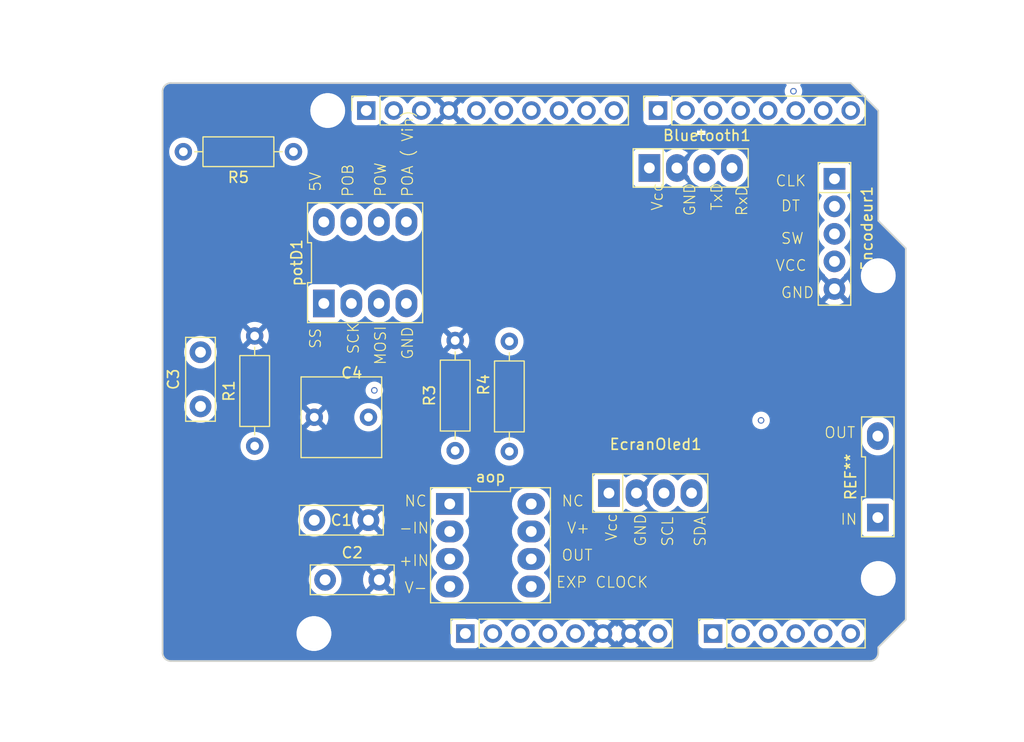
<source format=kicad_pcb>
(kicad_pcb (version 20241229) (generator "pcbnew") (generator_version "9.0")
  (title_block (date "mar. 31 mars 2015"))
  (layers (0 "F.Cu" signal) (2 "B.Cu" signal) (13 "F.Paste" user) (15 "B.Paste" user) (5 "F.SilkS" user "F.Silkscreen") (7 "B.SilkS" user "B.Silkscreen") (1 "F.Mask" user) (3 "B.Mask" user) (25 "Edge.Cuts" user))
  (net 0 "")
  (net 1 "GND")
  (net 3 "+5V")
  (net 4 "/IOREF")
  (net 5 "Rxd")
  (net 6 "/A1")
  (net 7 "/A2")
  (net 8 "/A3")
  (net 9 "TxD")
  (net 10 "Net-(AOP1-+IN)")
  (net 11 "/12")
  (net 12 "/AREF")
  (net 13 "/7")
  (net 14 "/*10")
  (net 15 "/*9")
  (net 16 "adc")
  (net 17 "Net-(C6-OUT)")
  (net 18 "/*6")
  (net 19 "/*3")
  (net 20 "+3V3")
  (net 21 "/~{RESET}")
  (net 22 "SCL")
  (net 23 "SDA")
  (net 24 "CLK")
  (net 25 "SW")
  (net 26 "DT")
  (net 27 "Net-(AOP1-OUT)")
  (net 28 "MOSI")
  (net 29 "SCK")
  (net 30 "CS")
  (footprint "Connector_PinSocket_2.54mm:PinSocket_1x08_P2.54mm_Vertical" (layer "F.Cu") (at 127.94 97.46 90)
    (property "Reference" "J1" (hide yes))
    (property "Value" "Power")
    (fp_line (start 1.33 -1.33) (end 1.33 0) (stroke (width 0.12)) (layer "F.SilkS"))
    (fp_line (start 0 -1.33) (end 1.33 -1.33) (stroke (width 0.12)) (layer "F.SilkS"))
    (fp_line (start 1.33 1.27) (end 1.33 19.11) (stroke (width 0.12)) (layer "F.SilkS"))
    (fp_line (start -1.33 1.27) (end 1.33 1.27) (stroke (width 0.12)) (layer "F.SilkS"))
    (fp_line (start -1.33 1.27) (end -1.33 19.11) (stroke (width 0.12)) (layer "F.SilkS"))
    (fp_line (start -1.33 19.11) (end 1.33 19.11) (stroke (width 0.12)) (layer "F.SilkS"))
    (pad "1" thru_hole rect (at 0 0 90) (size 1.7 1.7) (drill 1) (layers "*.Cu" "*.Mask"))
    (pad "2" thru_hole circle (at 0 2.54 90) (size 1.7 1.7) (drill 1) (layers "*.Cu" "*.Mask") (net 4 "/IOREF"))
    (pad "3" thru_hole circle (at 0 5.08 90) (size 1.7 1.7) (drill 1) (layers "*.Cu" "*.Mask") (net 21 "/~{RESET}"))
    (pad "4" thru_hole circle (at 0 7.62 90) (size 1.7 1.7) (drill 1) (layers "*.Cu" "*.Mask") (net 20 "+3V3"))
    (pad "5" thru_hole circle (at 0 10.16 90) (size 1.7 1.7) (drill 1) (layers "*.Cu" "*.Mask") (net 3 "+5V"))
    (pad "6" thru_hole circle (at 0 12.7 90) (size 1.7 1.7) (drill 1) (layers "*.Cu" "*.Mask") (net 1 "GND"))
    (pad "7" thru_hole circle (at 0 15.24 90) (size 1.7 1.7) (drill 1) (layers "*.Cu" "*.Mask") (net 1 "GND"))
    (pad "8" thru_hole circle (at 0 17.78 90) (size 1.7 1.7) (drill 1) (layers "*.Cu" "*.Mask") (net 3 "+5V"))
  )
  (footprint "Connector_PinSocket_2.54mm:PinSocket_1x06_P2.54mm_Vertical" (layer "F.Cu") (at 150.8 97.46 90)
    (property "Reference" "J3" (hide yes))
    (property "Value" "Analog")
    (fp_line (start 1.33 -1.33) (end 1.33 0) (stroke (width 0.12)) (layer "F.SilkS"))
    (fp_line (start 0 -1.33) (end 1.33 -1.33) (stroke (width 0.12)) (layer "F.SilkS"))
    (fp_line (start 1.33 1.27) (end 1.33 14.03) (stroke (width 0.12)) (layer "F.SilkS"))
    (fp_line (start -1.33 1.27) (end 1.33 1.27) (stroke (width 0.12)) (layer "F.SilkS"))
    (fp_line (start -1.33 1.27) (end -1.33 14.03) (stroke (width 0.12)) (layer "F.SilkS"))
    (fp_line (start -1.33 14.03) (end 1.33 14.03) (stroke (width 0.12)) (layer "F.SilkS"))
    (pad "1" thru_hole rect (at 0 0 90) (size 1.7 1.7) (drill 1) (layers "*.Cu" "*.Mask") (net 16 "adc"))
    (pad "2" thru_hole circle (at 0 2.54 90) (size 1.7 1.7) (drill 1) (layers "*.Cu" "*.Mask") (net 6 "/A1"))
    (pad "3" thru_hole circle (at 0 5.08 90) (size 1.7 1.7) (drill 1) (layers "*.Cu" "*.Mask") (net 7 "/A2"))
    (pad "4" thru_hole circle (at 0 7.62 90) (size 1.7 1.7) (drill 1) (layers "*.Cu" "*.Mask") (net 8 "/A3"))
    (pad "5" thru_hole circle (at 0 10.16 90) (size 1.7 1.7) (drill 1) (layers "*.Cu" "*.Mask") (net 23 "SDA"))
    (pad "6" thru_hole circle (at 0 12.7 90) (size 1.7 1.7) (drill 1) (layers "*.Cu" "*.Mask") (net 22 "SCL"))
  )
  (footprint "Connector_PinSocket_2.54mm:PinSocket_1x10_P2.54mm_Vertical" (layer "F.Cu") (at 118.796 49.2 90)
    (property "Reference" "J2" (hide yes))
    (property "Value" "Digital/PWM")
    (fp_line (start 1.33 -1.33) (end 1.33 0) (stroke (width 0.12)) (layer "F.SilkS"))
    (fp_line (start 0 -1.33) (end 1.33 -1.33) (stroke (width 0.12)) (layer "F.SilkS"))
    (fp_line (start 1.33 1.27) (end 1.33 24.19) (stroke (width 0.12)) (layer "F.SilkS"))
    (fp_line (start -1.33 1.27) (end 1.33 1.27) (stroke (width 0.12)) (layer "F.SilkS"))
    (fp_line (start -1.33 1.27) (end -1.33 24.19) (stroke (width 0.12)) (layer "F.SilkS"))
    (fp_line (start -1.33 24.19) (end 1.33 24.19) (stroke (width 0.12)) (layer "F.SilkS"))
    (pad "1" thru_hole rect (at 0 0 90) (size 1.7 1.7) (drill 1) (layers "*.Cu" "*.Mask") (net 22 "SCL"))
    (pad "2" thru_hole circle (at 0 2.54 90) (size 1.7 1.7) (drill 1) (layers "*.Cu" "*.Mask") (net 23 "SDA"))
    (pad "3" thru_hole circle (at 0 5.08 90) (size 1.7 1.7) (drill 1) (layers "*.Cu" "*.Mask") (net 12 "/AREF"))
    (pad "4" thru_hole circle (at 0 7.62 90) (size 1.7 1.7) (drill 1) (layers "*.Cu" "*.Mask") (net 1 "GND"))
    (pad "5" thru_hole circle (at 0 10.16 90) (size 1.7 1.7) (drill 1) (layers "*.Cu" "*.Mask") (net 29 "SCK"))
    (pad "6" thru_hole circle (at 0 12.7 90) (size 1.7 1.7) (drill 1) (layers "*.Cu" "*.Mask") (net 11 "/12"))
    (pad "7" thru_hole circle (at 0 15.24 90) (size 1.7 1.7) (drill 1) (layers "*.Cu" "*.Mask") (net 28 "MOSI"))
    (pad "8" thru_hole circle (at 0 17.78 90) (size 1.7 1.7) (drill 1) (layers "*.Cu" "*.Mask") (net 14 "/*10"))
    (pad "9" thru_hole circle (at 0 20.32 90) (size 1.7 1.7) (drill 1) (layers "*.Cu" "*.Mask") (net 15 "/*9"))
    (pad "10" thru_hole circle (at 0 22.86 90) (size 1.7 1.7) (drill 1) (layers "*.Cu" "*.Mask") (net 30 "CS"))
  )
  (footprint "Connector_PinSocket_2.54mm:PinSocket_1x08_P2.54mm_Vertical" (layer "F.Cu") (at 145.72 49.2 90)
    (property "Reference" "J4" (hide yes))
    (property "Value" "Digital/PWM")
    (fp_line (start 1.33 -1.33) (end 1.33 0) (stroke (width 0.12)) (layer "F.SilkS"))
    (fp_line (start 0 -1.33) (end 1.33 -1.33) (stroke (width 0.12)) (layer "F.SilkS"))
    (fp_line (start 1.33 1.27) (end 1.33 19.11) (stroke (width 0.12)) (layer "F.SilkS"))
    (fp_line (start -1.33 1.27) (end 1.33 1.27) (stroke (width 0.12)) (layer "F.SilkS"))
    (fp_line (start -1.33 1.27) (end -1.33 19.11) (stroke (width 0.12)) (layer "F.SilkS"))
    (fp_line (start -1.33 19.11) (end 1.33 19.11) (stroke (width 0.12)) (layer "F.SilkS"))
    (pad "1" thru_hole rect (at 0 0 90) (size 1.7 1.7) (drill 1) (layers "*.Cu" "*.Mask") (net 13 "/7"))
    (pad "2" thru_hole circle (at 0 2.54 90) (size 1.7 1.7) (drill 1) (layers "*.Cu" "*.Mask") (net 18 "/*6"))
    (pad "3" thru_hole circle (at 0 5.08 90) (size 1.7 1.7) (drill 1) (layers "*.Cu" "*.Mask") (net 25 "SW"))
    (pad "4" thru_hole circle (at 0 7.62 90) (size 1.7 1.7) (drill 1) (layers "*.Cu" "*.Mask") (net 26 "DT"))
    (pad "5" thru_hole circle (at 0 10.16 90) (size 1.7 1.7) (drill 1) (layers "*.Cu" "*.Mask") (net 19 "/*3"))
    (pad "6" thru_hole circle (at 0 12.7 90) (size 1.7 1.7) (drill 1) (layers "*.Cu" "*.Mask") (net 24 "CLK"))
    (pad "7" thru_hole circle (at 0 15.24 90) (size 1.7 1.7) (drill 1) (layers "*.Cu" "*.Mask") (net 9 "TxD"))
    (pad "8" thru_hole circle (at 0 17.78 90) (size 1.7 1.7) (drill 1) (layers "*.Cu" "*.Mask") (net 5 "Rxd"))
  )
  (footprint "Capacitor_THT:C_Rect_L7.2mm_W7.2mm_P5.00mm_FKS2_FKP2_MKS2_MKP2" (layer "F.Cu") (at 114 77.5)
    (property "Reference" "C4" (at 3.4575 -4.08 0) (layer "F.SilkS"))
    (property "Value" "C")
    (fp_line (start -1.22 -3.72) (end 6.22 -3.72) (stroke (width 0.12)) (layer "F.SilkS"))
    (fp_line (start -1.22 3.72) (end -1.22 -3.72) (stroke (width 0.12)) (layer "F.SilkS"))
    (fp_line (start 6.22 -3.72) (end 6.22 3.72) (stroke (width 0.12)) (layer "F.SilkS"))
    (fp_line (start 6.22 3.72) (end -1.22 3.72) (stroke (width 0.12)) (layer "F.SilkS"))
    (pad "1" thru_hole circle (at 0 0) (size 1.6 1.6) (drill 0.8) (layers "*.Cu" "*.Mask") (net 1 "GND"))
    (pad "2" thru_hole circle (at 5 0) (size 1.6 1.6) (drill 0.8) (layers "*.Cu" "*.Mask") (net 27 "Net-(AOP1-OUT)"))
  )
  (footprint "Librairie_empreinte:SIP-4" (layer "F.Cu") (at 148.73 54.5)
    (property "Reference" "Bluetooth1" (at 1.5 -3 0) (layer "F.SilkS"))
    (property "Value" "~")
    (fp_line (start -5.31 -1.77) (end 5.31 -1.77) (stroke (width 0.12)) (layer "F.SilkS"))
    (fp_line (start -5.31 1.77) (end -5.31 -1.77) (stroke (width 0.12)) (layer "F.SilkS"))
    (fp_line (start -2.54 -1.77) (end -2.54 1.77) (stroke (width 0.12)) (layer "F.SilkS"))
    (fp_line (start 5.31 -1.77) (end 5.31 1.77) (stroke (width 0.12)) (layer "F.SilkS"))
    (fp_line (start 5.31 1.77) (end -5.31 1.77) (stroke (width 0.12)) (layer "F.SilkS"))
    (fp_text user "TxD" (at 3 4 90) (layer "F.SilkS") (effects (font (thickness 0.1)) (justify left bottom)))
    (fp_text user "Vcc" (at -2.5 4 90) (layer "F.SilkS") (effects (font (thickness 0.1)) (justify left bottom)))
    (fp_text user "RxD" (at 5.31 4.5 90) (layer "F.SilkS") (effects (font (thickness 0.1)) (justify left bottom)))
    (fp_text user "GND" (at 0.5 4.5 90) (layer "F.SilkS") (effects (font (thickness 0.1)) (justify left bottom)))
    (pad "1" thru_hole rect (at -3.81 0) (size 2 2.54) (drill 1) (layers "*.Cu" "*.Mask") (net 3 "+5V"))
    (pad "2" thru_hole oval (at -1.27 0) (size 2 2.54) (drill 1) (layers "*.Cu" "*.Mask") (net 1 "GND"))
    (pad "3" thru_hole oval (at 1.27 0) (size 2 2.54) (drill 1) (layers "*.Cu" "*.Mask") (net 9 "TxD"))
    (pad "4" thru_hole oval (at 3.81 0) (size 2 2.54) (drill 1) (layers "*.Cu" "*.Mask") (net 5 "Rxd"))
  )
  (footprint "Librairie_empreinte:ENCODEUR" (layer "F.Cu") (at 162 60.58 -90)
    (property "Reference" "Encodeur1" (at -0.5 -3 90) (layer "F.SilkS"))
    (property "Value" "~")
    (fp_line (start -6.58 1.5) (end -6.58 -1.5) (stroke (width 0.12)) (layer "F.SilkS"))
    (fp_line (start 6.58 1.5) (end -6.58 1.5) (stroke (width 0.12)) (layer "F.SilkS"))
    (fp_line (start -6.58 -1.5) (end 6.58 -1.5) (stroke (width 0.12)) (layer "F.SilkS"))
    (fp_line (start -3.81 -1.5) (end -3.81 1.5) (stroke (width 0.12)) (layer "F.SilkS"))
    (fp_line (start 6.58 -1.5) (end 6.58 1.5) (stroke (width 0.12)) (layer "F.SilkS"))
    (fp_text user "SW" (at 1 5 0) (layer "F.SilkS") (effects (font (thickness 0.1)) (justify left bottom)))
    (fp_text user "VCC" (at 3.5 5.5 0) (layer "F.SilkS") (effects (font (thickness 0.1)) (justify left bottom)))
    (fp_text user "GND" (at 6 5 0) (layer "F.SilkS") (effects (font (thickness 0.1)) (justify left bottom)))
    (fp_text user "DT" (at -2 5 0) (layer "F.SilkS") (effects (font (thickness 0.1)) (justify left bottom)))
    (fp_text user "CLK" (at -4.31 5.5 0) (layer "F.SilkS") (effects (font (thickness 0.1)) (justify left bottom)))
    (pad "1" thru_hole rect (at -5.08 0 270) (size 2 2) (drill 1) (layers "*.Cu" "*.Mask") (net 24 "CLK"))
    (pad "2" thru_hole circle (at -2.54 0 270) (size 2 2) (drill 1) (layers "*.Cu" "*.Mask") (net 26 "DT"))
    (pad "3" thru_hole circle (at 0 0 270) (size 2 2) (drill 1) (layers "*.Cu" "*.Mask") (net 25 "SW"))
    (pad "4" thru_hole circle (at 2.54 0 270) (size 2 2) (drill 1) (layers "*.Cu" "*.Mask") (net 3 "+5V"))
    (pad "5" thru_hole circle (at 5.08 0 270) (size 2 2) (drill 1) (layers "*.Cu" "*.Mask") (net 1 "GND"))
  )
  (footprint "Capacitor_THT:C_Disc_D7.5mm_W2.5mm_P5.00mm" (layer "F.Cu") (at 114 87)
    (property "Reference" "C1" (at 2.5 0 0) (layer "F.SilkS"))
    (property "Value" "C")
    (fp_line (start -1.37 -1.37) (end 6.37 -1.37) (stroke (width 0.12)) (layer "F.SilkS"))
    (fp_line (start -1.37 1.37) (end -1.37 -1.37) (stroke (width 0.12)) (layer "F.SilkS"))
    (fp_line (start 6.37 -1.37) (end 6.37 1.37) (stroke (width 0.12)) (layer "F.SilkS"))
    (fp_line (start 6.37 1.37) (end -1.37 1.37) (stroke (width 0.12)) (layer "F.SilkS"))
    (pad "1" thru_hole circle (at 0 0) (size 2 2) (drill 1) (layers "*.Cu" "*.Mask") (net 10 "Net-(AOP1-+IN)"))
    (pad "2" thru_hole circle (at 5 0) (size 2 2) (drill 1) (layers "*.Cu" "*.Mask") (net 1 "GND"))
  )
  (footprint "Librairie_empreinte:dig pot" (layer "F.Cu") (at 118.69 63.24)
    (property "Reference" "potD1" (at -6.31 0 90) (layer "F.SilkS"))
    (property "Value" "~")
    (fp_line (start -5.31 -5.53) (end -5.31 -1.843333) (stroke (width 0.12)) (layer "F.SilkS"))
    (fp_line (start -5.31 -1.843333) (end -4.95 -1.843333) (stroke (width 0.12)) (layer "F.SilkS"))
    (fp_line (start -5.31 1.843333) (end -5.31 5.53) (stroke (width 0.12)) (layer "F.SilkS"))
    (fp_line (start -5.31 5.53) (end 5.31 5.53) (stroke (width 0.12)) (layer "F.SilkS"))
    (fp_line (start -4.95 -1.843333) (end -4.95 1.843333) (stroke (width 0.12)) (layer "F.SilkS"))
    (fp_line (start -4.95 1.843333) (end -5.31 1.843333) (stroke (width 0.12)) (layer "F.SilkS"))
    (fp_line (start 5.31 -5.53) (end -5.31 -5.53) (stroke (width 0.12)) (layer "F.SilkS"))
    (fp_line (start 5.31 5.53) (end 5.31 -5.53) (stroke (width 0.12)) (layer "F.SilkS"))
    (fp_text user "5V" (at -4 -6.5 90) (layer "F.SilkS") (effects (font (thickness 0.1)) (justify left bottom)))
    (fp_text user "MOSI" (at 2 9.5 90) (layer "F.SilkS") (effects (font (thickness 0.1)) (justify left bottom)))
    (fp_text user "POB" (at -1 -6 90) (layer "F.SilkS") (effects (font (thickness 0.1)) (justify left bottom)))
    (fp_text user "POA ( Vin)" (at 4.5 -6 90) (layer "F.SilkS") (effects (font (thickness 0.1)) (justify left bottom)))
    (fp_text user "POW" (at 2 -6 90) (layer "F.SilkS") (effects (font (thickness 0.1)) (justify left bottom)))
    (fp_text user "SCK" (at -0.5 8.5 90) (layer "F.SilkS") (effects (font (thickness 0.1)) (justify left bottom)))
    (fp_text user "GND" (at 4.5 9 90) (layer "F.SilkS") (effects (font (thickness 0.1)) (justify left bottom)))
    (fp_text user "SS" (at -4 8 90) (layer "F.SilkS") (effects (font (thickness 0.1)) (justify left bottom)))
    (pad "1" thru_hole rect (at -3.81 3.76) (size 2 2.54) (drill 1) (layers "*.Cu" "*.Mask"))
    (pad "2" thru_hole oval (at -1.27 3.76) (size 2 2.54) (drill 1) (layers "*.Cu" "*.Mask"))
    (pad "3" thru_hole oval (at 1.27 3.76) (size 2 2.54) (drill 1) (layers "*.Cu" "*.Mask"))
    (pad "4" thru_hole oval (at 3.81 3.76) (size 2 2.54) (drill 1) (layers "*.Cu" "*.Mask"))
    (pad "5" thru_hole oval (at 3.81 -3.76) (size 2 2.54) (drill 1) (layers "*.Cu" "*.Mask"))
    (pad "6" thru_hole oval (at 1.27 -3.76) (size 2 2.54) (drill 1) (layers "*.Cu" "*.Mask"))
    (pad "7" thru_hole oval (at -1.27 -3.76) (size 2 2.54) (drill 1) (layers "*.Cu" "*.Mask"))
    (pad "8" thru_hole oval (at -3.81 -3.76) (size 2 2.54) (drill 1) (layers "*.Cu" "*.Mask"))
  )
  (footprint "Librairie_empreinte:CAPTEUR" (layer "F.Cu") (at 166 83)
    (property "Reference" "REF**" (at -2.5 0 90) (layer "F.SilkS"))
    (property "Value" "CAPTEUR")
    (fp_line (start -1.5 -1.843333) (end -1.14 -1.843333) (stroke (width 0.12)) (layer "F.SilkS"))
    (fp_line (start -1.5 1.843333) (end -1.5 5.53) (stroke (width 0.12)) (layer "F.SilkS"))
    (fp_line (start -1.5 5.53) (end 1.499999 5.53) (stroke (width 0.12)) (layer "F.SilkS"))
    (fp_line (start -1.499999 -5.53) (end -1.5 -1.843333) (stroke (width 0.12)) (layer "F.SilkS"))
    (fp_line (start -1.14 -1.843333) (end -1.14 1.843333) (stroke (width 0.12)) (layer "F.SilkS"))
    (fp_line (start -1.14 1.843333) (end -1.5 1.843333) (stroke (width 0.12)) (layer "F.SilkS"))
    (fp_line (start 1.499999 5.53) (end 1.5 -5.53) (stroke (width 0.12)) (layer "F.SilkS"))
    (fp_line (start 1.5 -5.53) (end -1.499999 -5.53) (stroke (width 0.12)) (layer "F.SilkS"))
    (fp_text user "IN" (at -3.5 4.5 0) (layer "F.SilkS") (effects (font (thickness 0.1)) (justify left bottom)))
    (fp_text user "OUT" (at -5 -3.5 0) (layer "F.SilkS") (effects (font (thickness 0.1)) (justify left bottom)))
    (pad "1" thru_hole rect (at 0 3.76) (size 2 2.54) (drill 1) (layers "*.Cu" "*.Mask"))
    (pad "2" thru_hole oval (at 0 -3.76) (size 2 2.54) (drill 1) (layers "*.Cu" "*.Mask"))
  )
  (footprint "Arduino_MountingHole:MountingHole_3.2mm" (layer "F.Cu") (at 115.24 49.2)
    (property "Reference" "MH1" (hide yes))
    (property "Value" "MountingHole_3.2mm" (hide yes))
    (pad "" np_thru_hole circle (at 0 0) (size 3.2 3.2) (drill 3.2) (layers "*.Cu" "*.Mask"))
  )
  (footprint "Librairie_empreinte:DIP-8_296_ELL" (layer "F.Cu") (at 130.26 89.31 -90)
    (property "Reference" "aop" (at -6.31 0 0) (layer "F.SilkS"))
    (property "Value" "AOP")
    (fp_line (start -5.31 5.53) (end 5.31 5.53) (stroke (width 0.12)) (layer "F.SilkS"))
    (fp_line (start 5.31 5.53) (end 5.31 -5.53) (stroke (width 0.12)) (layer "F.SilkS"))
    (fp_line (start -5.31 1.843333) (end -5.31 5.53) (stroke (width 0.12)) (layer "F.SilkS"))
    (fp_line (start -4.95 1.843333) (end -5.31 1.843333) (stroke (width 0.12)) (layer "F.SilkS"))
    (fp_line (start -5.31 -1.843333) (end -4.95 -1.843333) (stroke (width 0.12)) (layer "F.SilkS"))
    (fp_line (start -4.95 -1.843333) (end -4.95 1.843333) (stroke (width 0.12)) (layer "F.SilkS"))
    (fp_line (start -5.31 -5.53) (end -5.31 -1.843333) (stroke (width 0.12)) (layer "F.SilkS"))
    (fp_line (start 5.31 -5.53) (end -5.31 -5.53) (stroke (width 0.12)) (layer "F.SilkS"))
    (fp_text user "EXP CLOCK" (at 4 -6 0) (layer "F.SilkS") (effects (font (thickness 0.1)) (justify left bottom)))
    (fp_text user "NC" (at -3.5 -6.5 0) (layer "F.SilkS") (effects (font (thickness 0.1)) (justify left bottom)))
    (fp_text user "OUT" (at 1.5 -6.5 0) (layer "F.SilkS") (effects (font (thickness 0.1)) (justify left bottom)))
    (fp_text user "NC" (at -3.5 8 0) (layer "F.SilkS") (effects (font (thickness 0.1)) (justify left bottom)))
    (fp_text user "-IN" (at -1 8.5 0) (layer "F.SilkS") (effects (font (thickness 0.1)) (justify left bottom)))
    (fp_text user "V-" (at 4.5 8 0) (layer "F.SilkS") (effects (font (thickness 0.1)) (justify left bottom)))
    (fp_text user "V+" (at -1 -7 0) (layer "F.SilkS") (effects (font (thickness 0.1)) (justify left bottom)))
    (fp_text user "+IN" (at 2 8.5 0) (layer "F.SilkS") (effects (font (thickness 0.1)) (justify left bottom)))
    (pad "1" thru_hole rect (at -3.81 3.76 270) (size 2 2.54) (drill 1) (layers "*.Cu" "*.Mask"))
    (pad "2" thru_hole oval (at -1.27 3.76 270) (size 2 2.54) (drill 1) (layers "*.Cu" "*.Mask"))
    (pad "3" thru_hole oval (at 1.27 3.76 270) (size 2 2.54) (drill 1) (layers "*.Cu" "*.Mask"))
    (pad "4" thru_hole oval (at 3.81 3.76 270) (size 2 2.54) (drill 1) (layers "*.Cu" "*.Mask"))
    (pad "5" thru_hole oval (at 3.81 -3.76 270) (size 2 2.54) (drill 1) (layers "*.Cu" "*.Mask"))
    (pad "6" thru_hole oval (at 1.27 -3.76 270) (size 2 2.54) (drill 1) (layers "*.Cu" "*.Mask"))
    (pad "7" thru_hole oval (at -1.27 -3.76 270) (size 2 2.54) (drill 1) (layers "*.Cu" "*.Mask"))
    (pad "8" thru_hole oval (at -3.81 -3.76 270) (size 2 2.54) (drill 1) (layers "*.Cu" "*.Mask"))
  )
  (footprint "Librairie_empreinte:EcranOled" (layer "F.Cu") (at 145 84.5)
    (property "Reference" "EcranOled1" (at 0.5 -4.5 0) (layer "F.SilkS"))
    (property "Value" "~")
    (fp_line (start -5.31 -1.77) (end 5.31 -1.77) (stroke (width 0.12)) (layer "F.SilkS"))
    (fp_line (start -5.31 1.77) (end -5.31 -1.77) (stroke (width 0.12)) (layer "F.SilkS"))
    (fp_line (start -2.54 -1.77) (end -2.54 1.77) (stroke (width 0.12)) (layer "F.SilkS"))
    (fp_line (start 5.31 -1.77) (end 5.31 1.77) (stroke (width 0.12)) (layer "F.SilkS"))
    (fp_line (start 5.31 1.77) (end -5.31 1.77) (stroke (width 0.12)) (layer "F.SilkS"))
    (fp_text user "SDA" (at 5.19 5 90) (layer "F.SilkS") (effects (font (thickness 0.1)) (justify left bottom)))
    (fp_text user "SCL" (at 2.19 5 90) (layer "F.SilkS") (effects (font (thickness 0.1)) (justify left bottom)))
    (fp_text user "Vcc" (at -3 4.5 90) (layer "F.SilkS") (effects (font (thickness 0.1)) (justify left bottom)))
    (fp_text user "GND" (at -0.31 5 90) (layer "F.SilkS") (effects (font (thickness 0.1)) (justify left bottom)))
    (pad "1" thru_hole rect (at -3.81 0) (size 2 2.54) (drill 1) (layers "*.Cu" "*.Mask") (net 3 "+5V"))
    (pad "2" thru_hole oval (at -1.27 0) (size 2 2.54) (drill 1) (layers "*.Cu" "*.Mask") (net 1 "GND"))
    (pad "3" thru_hole oval (at 1.27 0) (size 2 2.54) (drill 1) (layers "*.Cu" "*.Mask") (net 22 "SCL"))
    (pad "4" thru_hole oval (at 3.81 0) (size 2 2.54) (drill 1) (layers "*.Cu" "*.Mask") (net 23 "SDA"))
  )
  (footprint "Resistor_THT:R_Axial_DIN0207_L6.3mm_D2.5mm_P10.16mm_Horizontal" (layer "F.Cu") (at 112.08 53 180)
    (property "Reference" "R5" (at 5.08 -2.37 0) (layer "F.SilkS"))
    (property "Value" "R")
    (fp_line (start 9.12 0) (end 8.35 0) (stroke (width 0.12)) (layer "F.SilkS"))
    (fp_line (start 1.04 0) (end 1.81 0) (stroke (width 0.12)) (layer "F.SilkS"))
    (fp_rect (start 1.81 -1.37) (end 8.35 1.37) (stroke (width 0.12)) (fill no) (layer "F.SilkS"))
    (pad "1" thru_hole circle (at 0 0 180) (size 1.6 1.6) (drill 0.8) (layers "*.Cu" "*.Mask") (net 17 "Net-(C6-OUT)"))
    (pad "2" thru_hole circle (at 10.16 0 180) (size 1.6 1.6) (drill 0.8) (layers "*.Cu" "*.Mask") (net 10 "Net-(AOP1-+IN)"))
  )
  (footprint "Capacitor_THT:C_Disc_D7.5mm_W2.5mm_P5.00mm" (layer "F.Cu") (at 103.5 76.5 90)
    (property "Reference" "C3" (at 2.5 -2.5 90) (layer "F.SilkS"))
    (property "Value" "C")
    (fp_line (start 6.37 -1.37) (end 6.37 1.37) (stroke (width 0.12)) (layer "F.SilkS"))
    (fp_line (start -1.37 -1.37) (end 6.37 -1.37) (stroke (width 0.12)) (layer "F.SilkS"))
    (fp_line (start 6.37 1.37) (end -1.37 1.37) (stroke (width 0.12)) (layer "F.SilkS"))
    (fp_line (start -1.37 1.37) (end -1.37 -1.37) (stroke (width 0.12)) (layer "F.SilkS"))
    (pad "1" thru_hole circle (at 0 0 90) (size 2 2) (drill 1) (layers "*.Cu" "*.Mask") (net 17 "Net-(C6-OUT)"))
    (pad "2" thru_hole circle (at 5 0 90) (size 2 2) (drill 1) (layers "*.Cu" "*.Mask") (net 3 "+5V"))
  )
  (footprint "Capacitor_THT:C_Disc_D7.5mm_W2.5mm_P5.00mm" (layer "F.Cu") (at 115 92.5)
    (property "Reference" "C2" (at 2.5 -2.5 0) (layer "F.SilkS"))
    (property "Value" "C")
    (fp_line (start -1.37 -1.37) (end 6.37 -1.37) (stroke (width 0.12)) (layer "F.SilkS"))
    (fp_line (start -1.37 1.37) (end -1.37 -1.37) (stroke (width 0.12)) (layer "F.SilkS"))
    (fp_line (start 6.37 -1.37) (end 6.37 1.37) (stroke (width 0.12)) (layer "F.SilkS"))
    (fp_line (start 6.37 1.37) (end -1.37 1.37) (stroke (width 0.12)) (layer "F.SilkS"))
    (pad "1" thru_hole circle (at 0 0) (size 2 2) (drill 1) (layers "*.Cu" "*.Mask") (net 16 "adc"))
    (pad "2" thru_hole circle (at 5 0) (size 2 2) (drill 1) (layers "*.Cu" "*.Mask") (net 1 "GND"))
  )
  (footprint "Arduino_MountingHole:MountingHole_3.2mm" (layer "F.Cu") (at 113.97 97.46)
    (property "Reference" "MH2" (hide yes))
    (property "Value" "MountingHole_3.2mm" (hide yes))
    (pad "" np_thru_hole circle (at 0 0) (size 3.2 3.2) (drill 3.2) (layers "*.Cu" "*.Mask"))
  )
  (footprint "Arduino_MountingHole:MountingHole_3.2mm" (layer "F.Cu") (at 166.04 64.44)
    (property "Reference" "MH3" (hide yes))
    (property "Value" "MountingHole_3.2mm" (hide yes))
    (pad "" np_thru_hole circle (at 0 0) (size 3.2 3.2) (drill 3.2) (layers "*.Cu" "*.Mask"))
  )
  (footprint "Arduino_MountingHole:MountingHole_3.2mm" (layer "F.Cu") (at 166.04 92.38)
    (property "Reference" "MH4" (hide yes))
    (property "Value" "MountingHole_3.2mm" (hide yes))
    (pad "" np_thru_hole circle (at 0 0) (size 3.2 3.2) (drill 3.2) (layers "*.Cu" "*.Mask"))
  )
  (footprint "Resistor_THT:R_Axial_DIN0207_L6.3mm_D2.5mm_P10.16mm_Horizontal" (layer "F.Cu") (at 108.5 80.16 90)
    (property "Reference" "R1" (at 5.08 -2.37 90) (layer "F.SilkS"))
    (property "Value" "R")
    (fp_line (start 9.12 0) (end 8.35 0) (stroke (width 0.12)) (layer "F.SilkS"))
    (fp_line (start 1.04 0) (end 1.81 0) (stroke (width 0.12)) (layer "F.SilkS"))
    (fp_rect (start 1.81 -1.37) (end 8.35 1.37) (stroke (width 0.12)) (fill no) (layer "F.SilkS"))
    (pad "1" thru_hole circle (at 0 0 90) (size 1.6 1.6) (drill 0.8) (layers "*.Cu" "*.Mask") (net 10 "Net-(AOP1-+IN)"))
    (pad "2" thru_hole circle (at 10.16 0 90) (size 1.6 1.6) (drill 0.8) (layers "*.Cu" "*.Mask") (net 1 "GND"))
  )
  (footprint "Resistor_THT:R_Axial_DIN0207_L6.3mm_D2.5mm_P10.16mm_Horizontal" (layer "F.Cu") (at 127 80.58 90)
    (property "Reference" "R3" (at 5.08 -2.37 90) (layer "F.SilkS"))
    (property "Value" "R")
    (fp_line (start 9.12 0) (end 8.35 0) (stroke (width 0.12)) (layer "F.SilkS"))
    (fp_line (start 1.04 0) (end 1.81 0) (stroke (width 0.12)) (layer "F.SilkS"))
    (fp_rect (start 1.81 -1.37) (end 8.35 1.37) (stroke (width 0.12)) (fill no) (layer "F.SilkS"))
    (pad "1" thru_hole circle (at 0 0 90) (size 1.6 1.6) (drill 0.8) (layers "*.Cu" "*.Mask") (net 27 "Net-(AOP1-OUT)"))
    (pad "2" thru_hole circle (at 10.16 0 90) (size 1.6 1.6) (drill 0.8) (layers "*.Cu" "*.Mask") (net 1 "GND"))
  )
  (footprint "Resistor_THT:R_Axial_DIN0207_L6.3mm_D2.5mm_P10.16mm_Horizontal" (layer "F.Cu") (at 132 80.66 90)
    (property "Reference" "R4" (at 6.16 -2.37 90) (layer "F.SilkS"))
    (property "Value" "R")
    (fp_line (start 9.12 0) (end 8.35 0) (stroke (width 0.12)) (layer "F.SilkS"))
    (fp_line (start 1.04 0) (end 1.81 0) (stroke (width 0.12)) (layer "F.SilkS"))
    (fp_rect (start 1.81 -1.37) (end 8.35 1.37) (stroke (width 0.12)) (fill no) (layer "F.SilkS"))
    (pad "1" thru_hole circle (at 0 0 90) (size 1.6 1.6) (drill 0.8) (layers "*.Cu" "*.Mask") (net 27 "Net-(AOP1-OUT)"))
    (pad "2" thru_hole circle (at 10.16 0 90) (size 1.6 1.6) (drill 0.8) (layers "*.Cu" "*.Mask") (net 16 "adc"))
  )
  (gr_line (start 166.04 59.36) (end 168.58 61.9) (stroke (width 0.15)) (layer "Edge.Cuts"))
  (gr_line (start 100 99.238) (end 100 47.422) (stroke (width 0.15)) (layer "Edge.Cuts"))
  (gr_line (start 168.58 61.9) (end 168.58 96.19) (stroke (width 0.15)) (layer "Edge.Cuts"))
  (gr_line (start 165.278 100) (end 100.762 100) (stroke (width 0.15)) (layer "Edge.Cuts"))
  (gr_line (start 100.762 46.66) (end 163.5 46.66) (stroke (width 0.15)) (layer "Edge.Cuts"))
  (gr_arc (start 100.762 100) (mid 100.223185 99.776815) (end 100 99.238) (stroke (width 0.15)) (layer "Edge.Cuts"))
  (gr_line (start 168.58 96.19) (end 166.04 98.73) (stroke (width 0.15)) (layer "Edge.Cuts"))
  (gr_line (start 163.5 46.66) (end 166.04 49.2) (stroke (width 0.15)) (layer "Edge.Cuts"))
  (gr_arc (start 166.04 99.238) (mid 165.816815 99.776815) (end 165.278 100) (stroke (width 0.15)) (layer "Edge.Cuts"))
  (gr_line (start 166.04 49.2) (end 166.04 59.36) (stroke (width 0.15)) (layer "Edge.Cuts"))
  (gr_line (start 166.04 98.73) (end 166.04 99.238) (stroke (width 0.15)) (layer "Edge.Cuts"))
  (gr_arc (start 100 47.422) (mid 100.223185 46.883185) (end 100.762 46.66) (stroke (width 0.15)) (layer "Edge.Cuts"))
  (via (at 119.5413 75.0198) (size 0.6) (drill 0.4) (layers "F.Cu" "B.Cu") (net 10))
  (via (at 158.2148 47.4154) (size 0.6) (drill 0.4) (layers "F.Cu" "B.Cu") (net 22))
  (via (at 155.2243 77.7912) (size 0.6) (drill 0.4) (layers "F.Cu" "B.Cu") (net 27))
  (zone (net 1) (net_name "GND") (layer "B.Cu") (connect_pads (clearance 0.508)) (min_thickness 0.25) (fill yes (thermal_gap 0.5) (thermal_bridge_width 0.5))
    (polygon (pts (xy 89.5 40) (xy 85 40) (xy 85 107.5) (xy 179.5 106.5) (xy 179 39)))
  )
)
</source>
